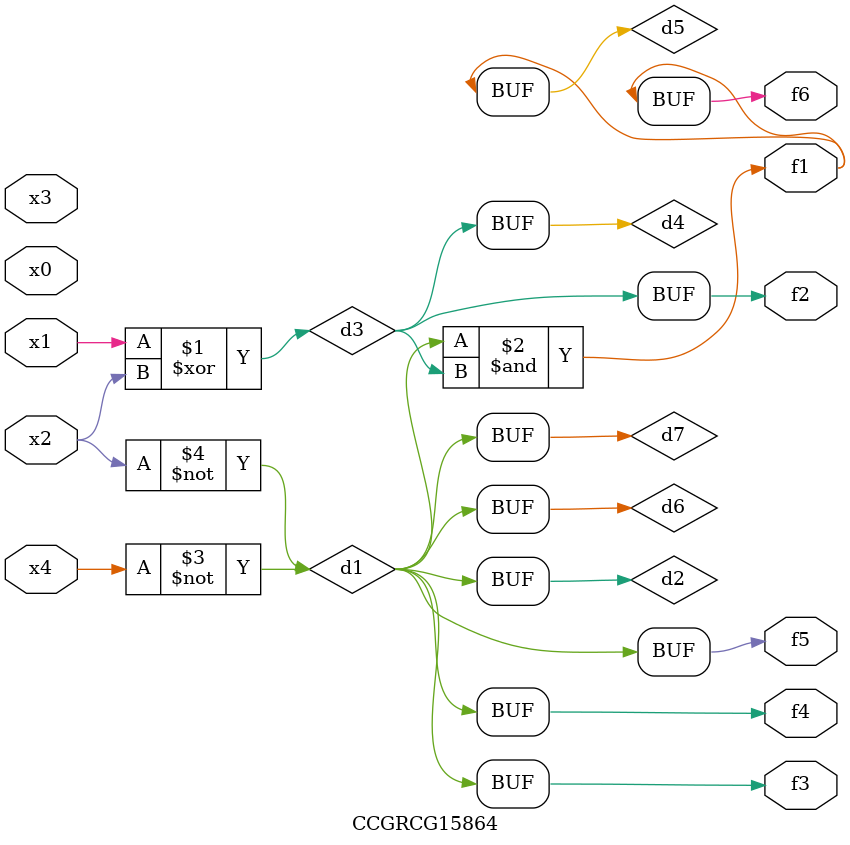
<source format=v>
module CCGRCG15864(
	input x0, x1, x2, x3, x4,
	output f1, f2, f3, f4, f5, f6
);

	wire d1, d2, d3, d4, d5, d6, d7;

	not (d1, x4);
	not (d2, x2);
	xor (d3, x1, x2);
	buf (d4, d3);
	and (d5, d1, d3);
	buf (d6, d1, d2);
	buf (d7, d2);
	assign f1 = d5;
	assign f2 = d4;
	assign f3 = d7;
	assign f4 = d7;
	assign f5 = d7;
	assign f6 = d5;
endmodule

</source>
